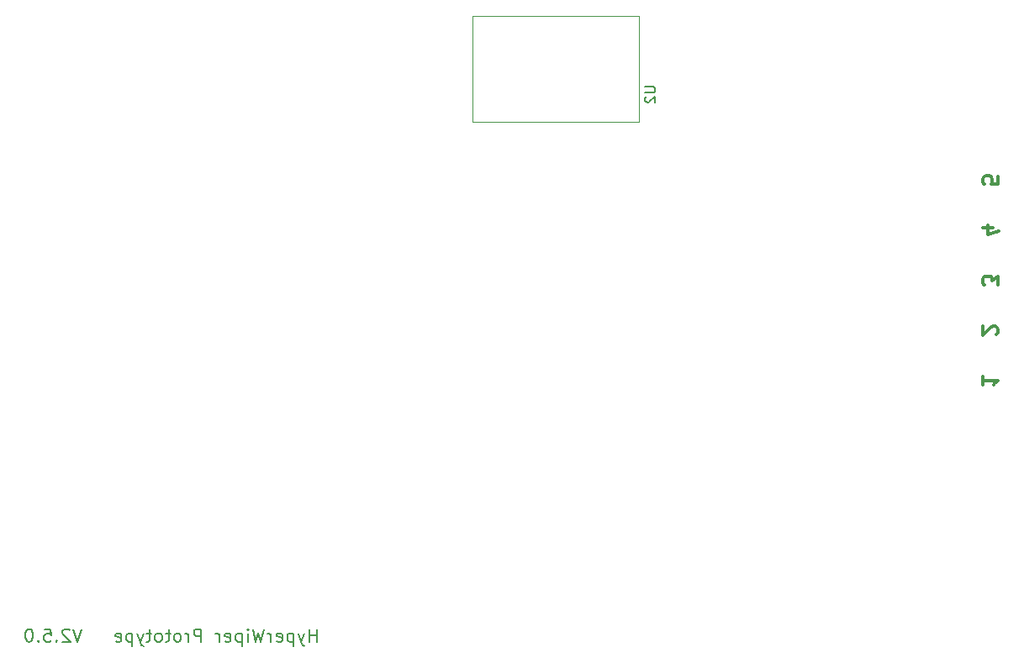
<source format=gbr>
G04 #@! TF.GenerationSoftware,KiCad,Pcbnew,5.99.0-unknown-ff9612b6da~131~ubuntu20.04.1*
G04 #@! TF.CreationDate,2021-08-29T13:57:06+09:00*
G04 #@! TF.ProjectId,Hyperwiper 2020 production prototype,48797065-7277-4697-9065-722032303230,V2.1.3*
G04 #@! TF.SameCoordinates,Original*
G04 #@! TF.FileFunction,Legend,Bot*
G04 #@! TF.FilePolarity,Positive*
%FSLAX46Y46*%
G04 Gerber Fmt 4.6, Leading zero omitted, Abs format (unit mm)*
G04 Created by KiCad (PCBNEW 5.99.0-unknown-ff9612b6da~131~ubuntu20.04.1) date 2021-08-29 13:57:06*
%MOMM*%
%LPD*%
G01*
G04 APERTURE LIST*
%ADD10C,0.300000*%
%ADD11C,0.200000*%
%ADD12C,0.150000*%
%ADD13C,0.120000*%
G04 APERTURE END LIST*
D10*
X191964428Y-76898537D02*
X190964428Y-76898537D01*
X192535857Y-77255680D02*
X191464428Y-77612823D01*
X191464428Y-76684252D01*
D11*
X123860476Y-118667595D02*
X123860476Y-117367595D01*
X123860476Y-117986642D02*
X123117619Y-117986642D01*
X123117619Y-118667595D02*
X123117619Y-117367595D01*
X122622380Y-117800928D02*
X122312857Y-118667595D01*
X122003333Y-117800928D02*
X122312857Y-118667595D01*
X122436666Y-118977119D01*
X122498571Y-119039023D01*
X122622380Y-119100928D01*
X121508095Y-117800928D02*
X121508095Y-119100928D01*
X121508095Y-117862833D02*
X121384285Y-117800928D01*
X121136666Y-117800928D01*
X121012857Y-117862833D01*
X120950952Y-117924738D01*
X120889047Y-118048547D01*
X120889047Y-118419976D01*
X120950952Y-118543785D01*
X121012857Y-118605690D01*
X121136666Y-118667595D01*
X121384285Y-118667595D01*
X121508095Y-118605690D01*
X119836666Y-118605690D02*
X119960476Y-118667595D01*
X120208095Y-118667595D01*
X120331904Y-118605690D01*
X120393809Y-118481880D01*
X120393809Y-117986642D01*
X120331904Y-117862833D01*
X120208095Y-117800928D01*
X119960476Y-117800928D01*
X119836666Y-117862833D01*
X119774761Y-117986642D01*
X119774761Y-118110452D01*
X120393809Y-118234261D01*
X119217619Y-118667595D02*
X119217619Y-117800928D01*
X119217619Y-118048547D02*
X119155714Y-117924738D01*
X119093809Y-117862833D01*
X118970000Y-117800928D01*
X118846190Y-117800928D01*
X118536666Y-117367595D02*
X118227142Y-118667595D01*
X117979523Y-117739023D01*
X117731904Y-118667595D01*
X117422380Y-117367595D01*
X116927142Y-118667595D02*
X116927142Y-117800928D01*
X116927142Y-117367595D02*
X116989047Y-117429500D01*
X116927142Y-117491404D01*
X116865238Y-117429500D01*
X116927142Y-117367595D01*
X116927142Y-117491404D01*
X116308095Y-117800928D02*
X116308095Y-119100928D01*
X116308095Y-117862833D02*
X116184285Y-117800928D01*
X115936666Y-117800928D01*
X115812857Y-117862833D01*
X115750952Y-117924738D01*
X115689047Y-118048547D01*
X115689047Y-118419976D01*
X115750952Y-118543785D01*
X115812857Y-118605690D01*
X115936666Y-118667595D01*
X116184285Y-118667595D01*
X116308095Y-118605690D01*
X114636666Y-118605690D02*
X114760476Y-118667595D01*
X115008095Y-118667595D01*
X115131904Y-118605690D01*
X115193809Y-118481880D01*
X115193809Y-117986642D01*
X115131904Y-117862833D01*
X115008095Y-117800928D01*
X114760476Y-117800928D01*
X114636666Y-117862833D01*
X114574761Y-117986642D01*
X114574761Y-118110452D01*
X115193809Y-118234261D01*
X114017619Y-118667595D02*
X114017619Y-117800928D01*
X114017619Y-118048547D02*
X113955714Y-117924738D01*
X113893809Y-117862833D01*
X113770000Y-117800928D01*
X113646190Y-117800928D01*
X112222380Y-118667595D02*
X112222380Y-117367595D01*
X111727142Y-117367595D01*
X111603333Y-117429500D01*
X111541428Y-117491404D01*
X111479523Y-117615214D01*
X111479523Y-117800928D01*
X111541428Y-117924738D01*
X111603333Y-117986642D01*
X111727142Y-118048547D01*
X112222380Y-118048547D01*
X110922380Y-118667595D02*
X110922380Y-117800928D01*
X110922380Y-118048547D02*
X110860476Y-117924738D01*
X110798571Y-117862833D01*
X110674761Y-117800928D01*
X110550952Y-117800928D01*
X109931904Y-118667595D02*
X110055714Y-118605690D01*
X110117619Y-118543785D01*
X110179523Y-118419976D01*
X110179523Y-118048547D01*
X110117619Y-117924738D01*
X110055714Y-117862833D01*
X109931904Y-117800928D01*
X109746190Y-117800928D01*
X109622380Y-117862833D01*
X109560476Y-117924738D01*
X109498571Y-118048547D01*
X109498571Y-118419976D01*
X109560476Y-118543785D01*
X109622380Y-118605690D01*
X109746190Y-118667595D01*
X109931904Y-118667595D01*
X109127142Y-117800928D02*
X108631904Y-117800928D01*
X108941428Y-117367595D02*
X108941428Y-118481880D01*
X108879523Y-118605690D01*
X108755714Y-118667595D01*
X108631904Y-118667595D01*
X108012857Y-118667595D02*
X108136666Y-118605690D01*
X108198571Y-118543785D01*
X108260476Y-118419976D01*
X108260476Y-118048547D01*
X108198571Y-117924738D01*
X108136666Y-117862833D01*
X108012857Y-117800928D01*
X107827142Y-117800928D01*
X107703333Y-117862833D01*
X107641428Y-117924738D01*
X107579523Y-118048547D01*
X107579523Y-118419976D01*
X107641428Y-118543785D01*
X107703333Y-118605690D01*
X107827142Y-118667595D01*
X108012857Y-118667595D01*
X107208095Y-117800928D02*
X106712857Y-117800928D01*
X107022380Y-117367595D02*
X107022380Y-118481880D01*
X106960476Y-118605690D01*
X106836666Y-118667595D01*
X106712857Y-118667595D01*
X106403333Y-117800928D02*
X106093809Y-118667595D01*
X105784285Y-117800928D02*
X106093809Y-118667595D01*
X106217619Y-118977119D01*
X106279523Y-119039023D01*
X106403333Y-119100928D01*
X105289047Y-117800928D02*
X105289047Y-119100928D01*
X105289047Y-117862833D02*
X105165238Y-117800928D01*
X104917619Y-117800928D01*
X104793809Y-117862833D01*
X104731904Y-117924738D01*
X104670000Y-118048547D01*
X104670000Y-118419976D01*
X104731904Y-118543785D01*
X104793809Y-118605690D01*
X104917619Y-118667595D01*
X105165238Y-118667595D01*
X105289047Y-118605690D01*
X103617619Y-118605690D02*
X103741428Y-118667595D01*
X103989047Y-118667595D01*
X104112857Y-118605690D01*
X104174761Y-118481880D01*
X104174761Y-117986642D01*
X104112857Y-117862833D01*
X103989047Y-117800928D01*
X103741428Y-117800928D01*
X103617619Y-117862833D01*
X103555714Y-117986642D01*
X103555714Y-118110452D01*
X104174761Y-118234261D01*
X100212857Y-117367595D02*
X99779523Y-118667595D01*
X99346190Y-117367595D01*
X98974761Y-117491404D02*
X98912857Y-117429500D01*
X98789047Y-117367595D01*
X98479523Y-117367595D01*
X98355714Y-117429500D01*
X98293809Y-117491404D01*
X98231904Y-117615214D01*
X98231904Y-117739023D01*
X98293809Y-117924738D01*
X99036666Y-118667595D01*
X98231904Y-118667595D01*
X97674761Y-118543785D02*
X97612857Y-118605690D01*
X97674761Y-118667595D01*
X97736666Y-118605690D01*
X97674761Y-118543785D01*
X97674761Y-118667595D01*
X96436666Y-117367595D02*
X97055714Y-117367595D01*
X97117619Y-117986642D01*
X97055714Y-117924738D01*
X96931904Y-117862833D01*
X96622380Y-117862833D01*
X96498571Y-117924738D01*
X96436666Y-117986642D01*
X96374761Y-118110452D01*
X96374761Y-118419976D01*
X96436666Y-118543785D01*
X96498571Y-118605690D01*
X96622380Y-118667595D01*
X96931904Y-118667595D01*
X97055714Y-118605690D01*
X97117619Y-118543785D01*
X95817619Y-118543785D02*
X95755714Y-118605690D01*
X95817619Y-118667595D01*
X95879523Y-118605690D01*
X95817619Y-118543785D01*
X95817619Y-118667595D01*
X94950952Y-117367595D02*
X94827142Y-117367595D01*
X94703333Y-117429500D01*
X94641428Y-117491404D01*
X94579523Y-117615214D01*
X94517619Y-117862833D01*
X94517619Y-118172357D01*
X94579523Y-118419976D01*
X94641428Y-118543785D01*
X94703333Y-118605690D01*
X94827142Y-118667595D01*
X94950952Y-118667595D01*
X95074761Y-118605690D01*
X95136666Y-118543785D01*
X95198571Y-118419976D01*
X95260476Y-118172357D01*
X95260476Y-117862833D01*
X95198571Y-117615214D01*
X95136666Y-117491404D01*
X95074761Y-117429500D01*
X94950952Y-117367595D01*
D10*
X192464428Y-82732502D02*
X192464428Y-81803930D01*
X191893000Y-82303930D01*
X191893000Y-82089644D01*
X191821571Y-81946787D01*
X191750142Y-81875359D01*
X191607285Y-81803930D01*
X191250142Y-81803930D01*
X191107285Y-81875359D01*
X191035857Y-81946787D01*
X190964428Y-82089644D01*
X190964428Y-82518216D01*
X191035857Y-82661073D01*
X191107285Y-82732502D01*
X190964428Y-91900430D02*
X190964428Y-92757573D01*
X190964428Y-92329002D02*
X192464428Y-92329002D01*
X192250142Y-92471859D01*
X192107285Y-92614716D01*
X192035857Y-92757573D01*
X192321571Y-87709323D02*
X192393000Y-87637894D01*
X192464428Y-87495037D01*
X192464428Y-87137894D01*
X192393000Y-86995037D01*
X192321571Y-86923609D01*
X192178714Y-86852180D01*
X192035857Y-86852180D01*
X191821571Y-86923609D01*
X190964428Y-87780752D01*
X190964428Y-86852180D01*
X192464428Y-71778859D02*
X192464428Y-72493144D01*
X191750142Y-72564573D01*
X191821571Y-72493144D01*
X191893000Y-72350287D01*
X191893000Y-71993144D01*
X191821571Y-71850287D01*
X191750142Y-71778859D01*
X191607285Y-71707430D01*
X191250142Y-71707430D01*
X191107285Y-71778859D01*
X191035857Y-71850287D01*
X190964428Y-71993144D01*
X190964428Y-72350287D01*
X191035857Y-72493144D01*
X191107285Y-72564573D01*
D12*
G04 #@! TO.C,U2*
X156932380Y-62738095D02*
X157741904Y-62738095D01*
X157837142Y-62785714D01*
X157884761Y-62833333D01*
X157932380Y-62928571D01*
X157932380Y-63119047D01*
X157884761Y-63214285D01*
X157837142Y-63261904D01*
X157741904Y-63309523D01*
X156932380Y-63309523D01*
X157027619Y-63738095D02*
X156980000Y-63785714D01*
X156932380Y-63880952D01*
X156932380Y-64119047D01*
X156980000Y-64214285D01*
X157027619Y-64261904D01*
X157122857Y-64309523D01*
X157218095Y-64309523D01*
X157360952Y-64261904D01*
X157932380Y-63690476D01*
X157932380Y-64309523D01*
D13*
X156340000Y-66280000D02*
X139580000Y-66280000D01*
X139580000Y-66280000D02*
X139580000Y-55620000D01*
X139580000Y-55620000D02*
X156340000Y-55620000D01*
X156340000Y-55620000D02*
X156340000Y-66270000D01*
G04 #@! TD*
M02*

</source>
